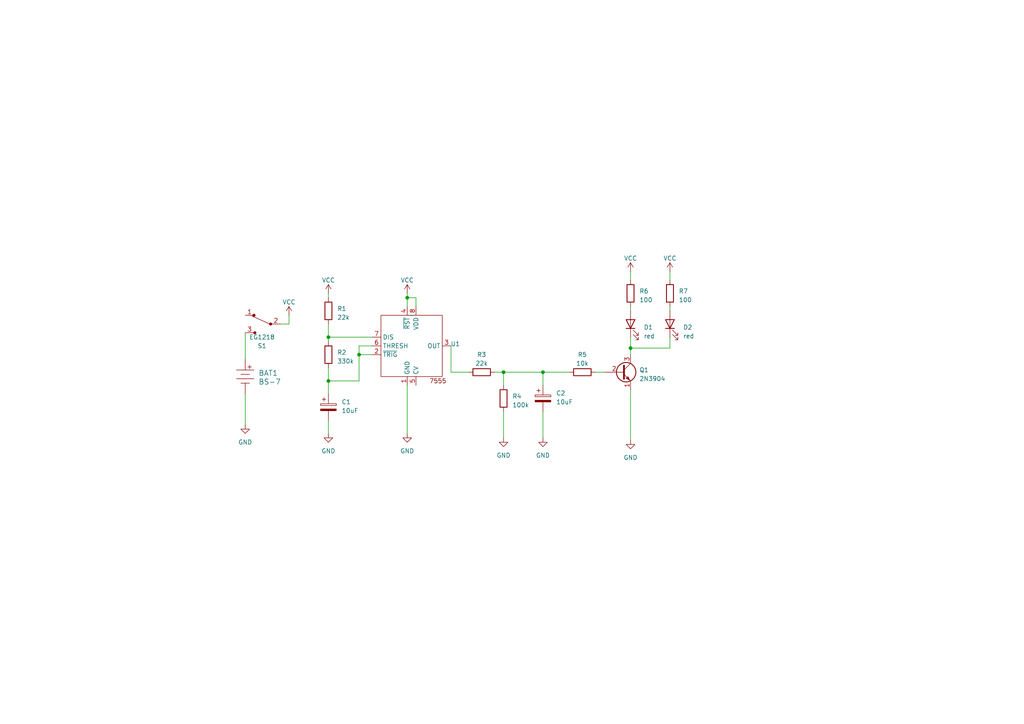
<source format=kicad_sch>
(kicad_sch (version 20230121) (generator eeschema)
  (paper "A4")
  (title_block (title "555 Badge") (date "2023-03-03") (rev "v01") (comment 2 "creativecommons.org/licenses/by/4.0/") (comment 3 "licencse: CC BY 4.0") (comment 4 "Author: Maurice"))
  (lib_symbols
    (symbol "Device:C_Polarized" (pin_numbers hide) (pin_names (offset 0.254))
      (property "Reference" "C" (at 0.635 2.54 0))
      (property "Value" "C_Polarized" (at 0.635 -2.54 0))
      (symbol "C_Polarized_0_1"
        (rectangle (start -2.286 0.508) (end 2.286 1.016))
        (polyline (pts (xy -1.778 2.286) (xy -0.762 2.286)))
        (polyline (pts (xy -1.27 2.794) (xy -1.27 1.778)))
        (rectangle (start 2.286 -0.508) (end -2.286 -1.016) (fill (type outline)))
      )
      (symbol "C_Polarized_1_1"
        (pin passive line (at 0 3.81 270) (length 2.794) (name "~") (number "1"))
        (pin passive line (at 0 -3.81 90) (length 2.794) (name "~") (number "2"))
      )
    )
    (symbol "Device:LED" (pin_numbers hide) (pin_names (offset 1.016) hide)
      (property "Reference" "D" (at 0 2.54 0))
      (property "Value" "LED" (at 0 -2.54 0))
      (symbol "LED_0_1"
        (polyline (pts (xy -1.27 -1.27) (xy -1.27 1.27)) (stroke (width 0.254)))
        (polyline (pts (xy -1.27 0) (xy 1.27 0)))
        (polyline (pts (xy 1.27 -1.27) (xy 1.27 1.27) (xy -1.27 0) (xy 1.27 -1.27)) (stroke (width 0.254)))
        (polyline (pts (xy -3.048 -0.762) (xy -4.572 -2.286) (xy -3.81 -2.286) (xy -4.572 -2.286) (xy -4.572 -1.524)))
        (polyline (pts (xy -1.778 -0.762) (xy -3.302 -2.286) (xy -2.54 -2.286) (xy -3.302 -2.286) (xy -3.302 -1.524)))
      )
      (symbol "LED_1_1"
        (pin passive line (at -3.81 0 0) (length 2.54) (name "K") (number "1"))
        (pin passive line (at 3.81 0 180) (length 2.54) (name "A") (number "2"))
      )
    )
    (symbol "Device:R" (pin_numbers hide) (pin_names (offset 0))
      (property "Reference" "R" (at 2.032 0 90))
      (property "Value" "R" (at 0 0 90))
      (symbol "R_0_1"
        (rectangle (start -1.016 -2.54) (end 1.016 2.54) (stroke (width 0.254)))
      )
      (symbol "R_1_1"
        (pin passive line (at 0 3.81 270) (length 1.27) (name "~") (number "1"))
        (pin passive line (at 0 -3.81 90) (length 1.27) (name "~") (number "2"))
      )
    )
    (symbol "Maurices_test_library:7555"
      (property "Reference" "U" (at -8.89 10.16 0))
      (symbol "7555_0_1"
        (rectangle (start -8.89 8.89) (end 8.89 -8.89))
        (text "7555" (at 7.62 -10.16 0) (effects (font (size 1.27 1.27))))
      )
      (symbol "7555_1_1"
        (pin input line (at -1.27 -11.43 90) (length 2.54) (name "GND") (number "1"))
        (pin input line (at -11.43 -2.54 0) (length 2.54) (name "~{TRIG}") (number "2"))
        (pin input line (at 11.43 0 180) (length 2.54) (name "OUT") (number "3"))
        (pin input line (at -1.27 11.43 270) (length 2.54) (name "~{RST}") (number "4"))
        (pin input line (at 1.27 -11.43 90) (length 2.54) (name "CV") (number "5"))
        (pin input line (at -11.43 0 0) (length 2.54) (name "THRESH") (number "6"))
        (pin input line (at -11.43 2.54 0) (length 2.54) (name "DIS") (number "7"))
        (pin input line (at 1.27 11.43 270) (length 2.54) (name "VDD") (number "8"))
      )
    )
    (symbol "Transistor_BJT:2N3904" (pin_names (offset 0) hide)
      (property "Reference" "Q" (at 5.08 1.905 0))
      (property "Value" "2N3904" (at 5.08 0 0))
      (symbol "2N3904_0_1"
        (polyline (pts (xy 0.635 0.635) (xy 2.54 2.54)))
        (polyline (pts (xy 0.635 -0.635) (xy 2.54 -2.54) (xy 2.54 -2.54)))
        (polyline (pts (xy 0.635 1.905) (xy 0.635 -1.905) (xy 0.635 -1.905)) (stroke (width 0.508)))
        (polyline (pts (xy 1.27 -1.778) (xy 1.778 -1.27) (xy 2.286 -2.286) (xy 1.27 -1.778) (xy 1.27 -1.778)) (fill (type outline)))
        (circle (center 1.27 0) (radius 2.8194) (stroke (width 0.254)))
      )
      (symbol "2N3904_1_1"
        (pin passive line (at 2.54 -5.08 90) (length 2.54) (name "E") (number "1"))
        (pin passive line (at -5.08 0 0) (length 5.715) (name "B") (number "2"))
        (pin passive line (at 2.54 5.08 270) (length 2.54) (name "C") (number "3"))
      )
    )
    (symbol "dk_Battery-Holders-Clips-Contacts:BS-7" (pin_numbers hide) (pin_names (offset 1.016))
      (property "Reference" "BAT" (at -1.27 3.81 0))
      (property "Value" "BS-7" (at -1.27 -3.81 0))
      (symbol "BS-7_1_1"
        (polyline (pts (xy 0 -2.54) (xy 0 -1.905)))
        (polyline (pts (xy 0 1.905) (xy 0 2.54)))
        (polyline (pts (xy 1.27 -1.905) (xy -1.27 -1.905)))
        (polyline (pts (xy 1.27 0.635) (xy -1.27 0.635)))
        (polyline (pts (xy 1.27 2.286) (xy 1.27 3.302)))
        (polyline (pts (xy 1.778 2.794) (xy 0.762 2.794)))
        (polyline (pts (xy 2.54 -0.635) (xy -2.54 -0.635)))
        (polyline (pts (xy 2.54 1.905) (xy -2.54 1.905)))
        (pin power_out line (at 0 -5.08 90) (length 2.54) (name "~") (number "Neg"))
        (pin power_out line (at 0 5.08 270) (length 2.54) (name "~") (number "Pos"))
      )
    )
    (symbol "dk_Slide-Switches:EG1218" (pin_names (offset 0))
      (property "Reference" "S" (at -3.81 2.286 0))
      (property "Value" "EG1218" (at 0 -5.334 0))
      (symbol "EG1218_0_1"
        (circle (center -2.286 0) (radius 0.3556) (fill (type outline)))
        (polyline (pts (xy -2.032 0) (xy 3.048 2.286)))
        (circle (center 2.286 -2.54) (radius 0.3556) (fill (type outline)))
        (circle (center 2.54 2.54) (radius 0.3556) (fill (type outline)))
      )
      (symbol "EG1218_1_1"
        (pin passive line (at 5.08 2.54 180) (length 2.54) (name "~") (number "1"))
        (pin passive line (at -5.08 0 0) (length 2.54) (name "~") (number "2"))
        (pin passive line (at 5.08 -2.54 180) (length 2.54) (name "~") (number "3"))
      )
    )
    (symbol "power:GND" (power) (pin_names (offset 0))
      (property "Value" "GND" (at 0 -3.81 0))
      (symbol "GND_0_1"
        (polyline (pts (xy 0 0) (xy 0 -1.27) (xy 1.27 -1.27) (xy 0 -2.54) (xy -1.27 -1.27) (xy 0 -1.27)))
      )
      (symbol "GND_1_1"
        (pin power_in line (at 0 0 270) (length 0) hide (name "GND") (number "1"))
      )
    )
    (symbol "power:VCC" (power) (pin_names (offset 0))
      (property "Value" "VCC" (at 0 3.81 0))
      (symbol "VCC_0_1"
        (polyline (pts (xy -0.762 1.27) (xy 0 2.54)))
        (polyline (pts (xy 0 0) (xy 0 2.54)))
        (polyline (pts (xy 0 2.54) (xy 0.762 1.27)))
      )
      (symbol "VCC_1_1"
        (pin power_in line (at 0 0 90) (length 0) hide (name "VCC") (number "1"))
      )
    )
  )
  (junction (at 118.11 86.36))
  (junction (at 95.25 110.49))
  (junction (at 182.88 100.965))
  (junction (at 95.25 97.79))
  (junction (at 104.14 102.87))
  (junction (at 157.48 107.95))
  (junction (at 146.05 107.95))
  (wire (pts (xy 182.88 88.9) (xy 182.88 90.17)))
  (wire (pts (xy 194.31 88.9) (xy 194.31 90.17)))
  (wire (pts (xy 146.05 107.95) (xy 146.05 111.76)))
  (wire (pts (xy 107.95 100.33) (xy 104.14 100.33)))
  (wire (pts (xy 104.14 110.49) (xy 95.25 110.49)))
  (wire (pts (xy 95.25 121.92) (xy 95.25 125.73)))
  (wire (pts (xy 71.12 96.52) (xy 71.12 104.14)))
  (wire (pts (xy 182.88 100.965) (xy 182.88 102.87)))
  (wire (pts (xy 194.31 100.965) (xy 194.31 97.79)))
  (wire (pts (xy 146.05 107.95) (xy 157.48 107.95)))
  (wire (pts (xy 172.72 107.95) (xy 175.26 107.95)))
  (wire (pts (xy 95.25 110.49) (xy 95.25 114.3)))
  (wire (pts (xy 157.48 107.95) (xy 165.1 107.95)))
  (wire (pts (xy 157.48 107.95) (xy 157.48 111.76)))
  (wire (pts (xy 95.25 106.68) (xy 95.25 110.49)))
  (wire (pts (xy 118.11 111.76) (xy 118.11 125.73)))
  (wire (pts (xy 118.11 86.36) (xy 118.11 88.9)))
  (wire (pts (xy 95.25 85.09) (xy 95.25 86.36)))
  (wire (pts (xy 182.88 100.965) (xy 194.31 100.965)))
  (wire (pts (xy 130.81 107.95) (xy 135.89 107.95)))
  (wire (pts (xy 157.48 119.38) (xy 157.48 127)))
  (wire (pts (xy 120.65 86.36) (xy 118.11 86.36)))
  (wire (pts (xy 104.14 102.87) (xy 104.14 110.49)))
  (wire (pts (xy 130.81 100.33) (xy 130.81 107.95)))
  (wire (pts (xy 194.31 78.74) (xy 194.31 81.28)))
  (wire (pts (xy 120.65 88.9) (xy 120.65 86.36)))
  (wire (pts (xy 95.25 97.79) (xy 107.95 97.79)))
  (wire (pts (xy 83.82 93.98) (xy 83.82 91.44)))
  (wire (pts (xy 81.28 93.98) (xy 83.82 93.98)))
  (wire (pts (xy 182.88 78.74) (xy 182.88 81.28)))
  (wire (pts (xy 118.11 85.09) (xy 118.11 86.36)))
  (wire (pts (xy 146.05 119.38) (xy 146.05 127)))
  (wire (pts (xy 182.88 113.03) (xy 182.88 127.635)))
  (wire (pts (xy 95.25 93.98) (xy 95.25 97.79)))
  (wire (pts (xy 182.88 97.79) (xy 182.88 100.965)))
  (wire (pts (xy 95.25 97.79) (xy 95.25 99.06)))
  (wire (pts (xy 71.12 114.3) (xy 71.12 123.19)))
  (wire (pts (xy 104.14 102.87) (xy 107.95 102.87)))
  (wire (pts (xy 104.14 100.33) (xy 104.14 102.87)))
  (wire (pts (xy 143.51 107.95) (xy 146.05 107.95)))
  (symbol (lib_id "power:VCC") (at 95.25 85.09 0) (unit 1)
    (property "Reference" "#PWR06" (effects hide))
    (property "Value" "VCC" (at 95.25 81.28 0))
  )
  (symbol (lib_id "Maurices_test_library:7555") (at 119.38 100.33 0) (unit 1)
    (property "Reference" "U1" (at 132.08 99.7459 0))
    (property "Value" "~" (at 119.38 91.44 0))
    (property "Footprint" "Maurices_test_library:ICM7555-PDIP" (effects hide))
  )
  (symbol (lib_id "power:GND") (at 118.11 125.73 0) (unit 1)
    (property "Reference" "#PWR02" (effects hide))
    (property "Value" "GND" (at 118.11 130.81 0))
  )
  (symbol (lib_id "Device:R") (at 182.88 85.09 180) (unit 1)
    (property "Reference" "R6" (at 185.42 84.455 0) (effects (justify right)))
    (property "Value" "100" (at 185.42 86.995 0) (effects (justify right)))
    (property "Footprint" "Resistor_THT:R_Axial_DIN0207_L6.3mm_D2.5mm_P10.16mm_Horizontal" (effects hide))
  )
  (symbol (lib_id "dk_Slide-Switches:EG1218") (at 76.2 93.98 0) (mirror y) (unit 1)
    (property "Reference" "S1" (at 75.9968 100.33 0))
    (property "Value" "EG1218" (at 75.9968 97.79 0))
    (property "Footprint" "digikey-footprints:Switch_Slide_11.6x4mm_EG1218" (effects hide))
    (property "Datasheet" "http://spec_sheets.e-switch.com/specs/P040040.pdf" (effects hide))
    (property "Digi-Key_PN" "EG1903-ND" (effects hide))
    (property "MPN" "EG1218" (effects hide))
    (property "Category" "Switches" (effects hide))
    (property "Family" "Slide Switches" (effects hide))
    (property "DK_Datasheet_Link" "http://spec_sheets.e-switch.com/specs/P040040.pdf" (effects hide))
    (property "DK_Detail_Page" "/product-detail/en/e-switch/EG1218/EG1903-ND/101726" (effects hide))
    (property "Description" "SWITCH SLIDE SPDT 200MA 30V" (effects hide))
    (property "Manufacturer" "E-Switch" (effects hide))
    (property "Status" "Active" (effects hide))
  )
  (symbol (lib_id "power:GND") (at 182.88 127.635 0) (unit 1)
    (property "Reference" "#PWR011" (effects hide))
    (property "Value" "GND" (at 182.88 132.715 0))
  )
  (symbol (lib_id "Device:LED") (at 182.88 93.98 90) (unit 1)
    (property "Reference" "D1" (at 186.69 94.9325 90) (effects (justify right)))
    (property "Value" "red" (at 186.69 97.4725 90) (effects (justify right)))
    (property "Footprint" "LED_THT:LED_D3.0mm" (effects hide))
  )
  (symbol (lib_id "power:VCC") (at 194.31 78.74 0) (unit 1)
    (property "Reference" "#PWR09" (effects hide))
    (property "Value" "VCC" (at 194.31 74.93 0))
  )
  (symbol (lib_id "power:VCC") (at 83.82 91.44 0) (unit 1)
    (property "Reference" "#PWR05" (effects hide))
    (property "Value" "VCC" (at 83.82 87.63 0))
  )
  (symbol (lib_id "power:GND") (at 146.05 127 0) (unit 1)
    (property "Reference" "#PWR03" (effects hide))
    (property "Value" "GND" (at 146.05 132.08 0))
  )
  (symbol (lib_id "power:GND") (at 71.12 123.19 0) (unit 1)
    (property "Reference" "#PWR010" (effects hide))
    (property "Value" "GND" (at 71.12 128.27 0))
  )
  (symbol (lib_id "Device:C_Polarized") (at 95.25 118.11 0) (unit 1)
    (property "Reference" "C1" (at 99.06 116.586 0) (effects (justify left)))
    (property "Value" "10uF" (at 99.06 119.126 0) (effects (justify left)))
    (property "Footprint" "Capacitor_THT:CP_Radial_D5.0mm_P2.00mm" (effects hide))
  )
  (symbol (lib_id "Transistor_BJT:2N3904") (at 180.34 107.95 0) (unit 1)
    (property "Reference" "Q1" (at 185.42 107.315 0) (effects (justify left)))
    (property "Value" "2N3904" (at 185.42 109.855 0) (effects (justify left)))
    (property "Footprint" "digikey-footprints:TO-92-3" (effects hide))
    (property "Datasheet" "https://www.onsemi.com/pub/Collateral/2N3903-D.PDF" (effects hide))
  )
  (symbol (lib_id "power:VCC") (at 182.88 78.74 0) (unit 1)
    (property "Reference" "#PWR08" (effects hide))
    (property "Value" "VCC" (at 182.88 74.93 0))
  )
  (symbol (lib_id "Device:R") (at 194.31 85.09 180) (unit 1)
    (property "Reference" "R7" (at 196.85 84.455 0) (effects (justify right)))
    (property "Value" "100" (at 196.85 86.995 0) (effects (justify right)))
    (property "Footprint" "Resistor_THT:R_Axial_DIN0207_L6.3mm_D2.5mm_P10.16mm_Horizontal" (effects hide))
  )
  (symbol (lib_id "power:GND") (at 157.48 127 0) (unit 1)
    (property "Reference" "#PWR04" (effects hide))
    (property "Value" "GND" (at 157.48 132.08 0))
  )
  (symbol (lib_id "Device:R") (at 146.05 115.57 0) (unit 1)
    (property "Reference" "R4" (at 148.59 114.935 0) (effects (justify left)))
    (property "Value" "100k" (at 148.59 117.475 0) (effects (justify left)))
    (property "Footprint" "Resistor_THT:R_Axial_DIN0207_L6.3mm_D2.5mm_P10.16mm_Horizontal" (effects hide))
  )
  (symbol (lib_id "power:VCC") (at 118.11 85.09 0) (unit 1)
    (property "Reference" "#PWR07" (effects hide))
    (property "Value" "VCC" (at 118.11 81.28 0))
  )
  (symbol (lib_id "Device:R") (at 95.25 90.17 0) (unit 1)
    (property "Reference" "R1" (at 97.79 89.535 0) (effects (justify left)))
    (property "Value" "22k" (at 97.79 92.075 0) (effects (justify left)))
    (property "Footprint" "Resistor_THT:R_Axial_DIN0207_L6.3mm_D2.5mm_P10.16mm_Horizontal" (effects hide))
  )
  (symbol (lib_id "Device:R") (at 168.91 107.95 90) (unit 1)
    (property "Reference" "R5" (at 168.91 102.87 90))
    (property "Value" "10k" (at 168.91 105.41 90))
    (property "Footprint" "Resistor_THT:R_Axial_DIN0207_L6.3mm_D2.5mm_P10.16mm_Horizontal" (effects hide))
  )
  (symbol (lib_id "dk_Battery-Holders-Clips-Contacts:BS-7") (at 71.12 109.22 0) (unit 1)
    (property "Reference" "BAT1" (at 74.93 108.204 0) (effects (font (size 1.524 1.524)) (justify left)))
    (property "Value" "BS-7" (at 74.93 110.744 0) (effects (font (size 1.524 1.524)) (justify left)))
    (property "Footprint" "digikey-footprints:Battery_Holder_Coin_2032_BS-7" (effects hide))
    (property "Datasheet" "http://www.memoryprotectiondevices.com/datasheets/BS-7-datasheet.pdf" (effects hide))
    (property "Digi-Key_PN" "BS-7-ND" (effects hide))
    (property "MPN" "BS-7" (effects hide))
    (property "Category" "Battery Products" (effects hide))
    (property "Family" "Battery Holders, Clips, Contacts" (effects hide))
    (property "DK_Datasheet_Link" "http://www.memoryprotectiondevices.com/datasheets/BS-7-datasheet.pdf" (effects hide))
    (property "DK_Detail_Page" "/product-detail/en/mpd-memory-protection-devices/BS-7/BS-7-ND/389447" (effects hide))
    (property "Description" "BATTERY HOLDER COIN 20MM PC PIN" (effects hide))
    (property "Manufacturer" "MPD (Memory Protection Devices)" (effects hide))
    (property "Status" "Active" (effects hide))
  )
  (symbol (lib_id "power:GND") (at 95.25 125.73 0) (unit 1)
    (property "Reference" "#PWR01" (effects hide))
    (property "Value" "GND" (at 95.25 130.81 0))
  )
  (symbol (lib_id "Device:C_Polarized") (at 157.48 115.57 0) (unit 1)
    (property "Reference" "C2" (at 161.29 114.046 0) (effects (justify left)))
    (property "Value" "10uF" (at 161.29 116.586 0) (effects (justify left)))
    (property "Footprint" "Capacitor_THT:CP_Radial_D6.3mm_P2.50mm" (effects hide))
  )
  (symbol (lib_id "Device:R") (at 139.7 107.95 90) (unit 1)
    (property "Reference" "R3" (at 139.7 102.87 90))
    (property "Value" "22k" (at 139.7 105.41 90))
    (property "Footprint" "Resistor_THT:R_Axial_DIN0207_L6.3mm_D2.5mm_P10.16mm_Horizontal" (effects hide))
  )
  (symbol (lib_id "Device:R") (at 95.25 102.87 0) (unit 1)
    (property "Reference" "R2" (at 97.79 102.235 0) (effects (justify left)))
    (property "Value" "330k" (at 97.79 104.775 0) (effects (justify left)))
    (property "Footprint" "Resistor_THT:R_Axial_DIN0207_L6.3mm_D2.5mm_P10.16mm_Horizontal" (effects hide))
  )
  (symbol (lib_id "Device:LED") (at 194.31 93.98 90) (unit 1)
    (property "Reference" "D2" (at 198.12 94.9325 90) (effects (justify right)))
    (property "Value" "red" (at 198.12 97.4725 90) (effects (justify right)))
    (property "Footprint" "LED_THT:LED_D3.0mm" (effects hide))
  )
)
</source>
